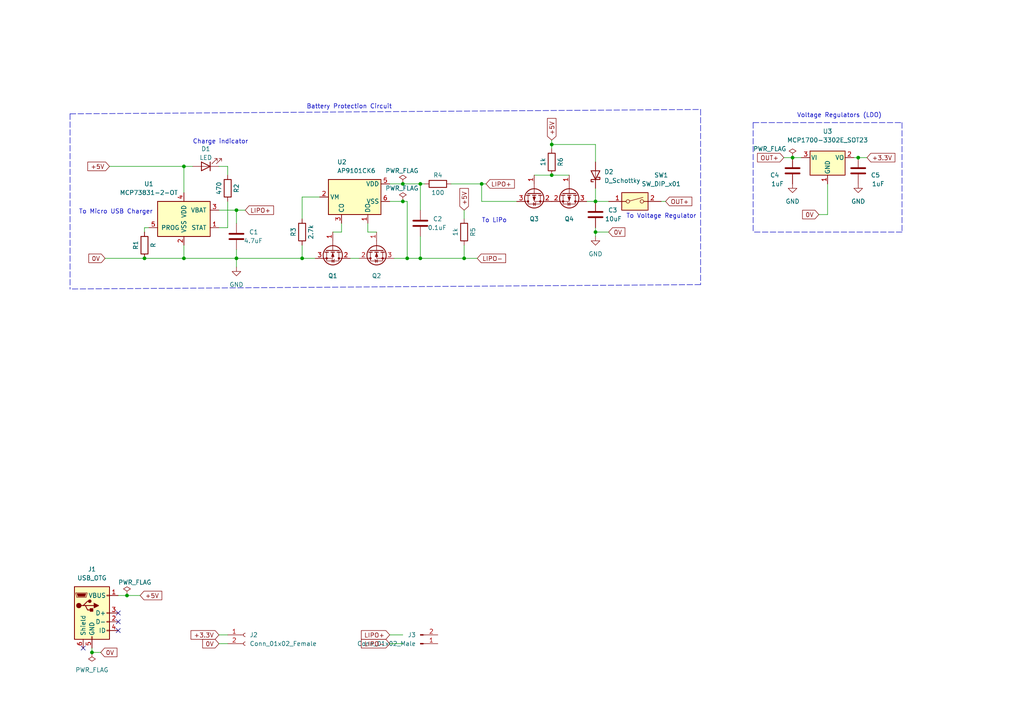
<source format=kicad_sch>
(kicad_sch (version 20211123) (generator eeschema)
  (paper "A4")
  (lib_symbols
    (symbol "Battery_Management:AP9101CK6"
      (property "Reference" "U?" (at 2.0194 10.16 0))
      (property "Value" "AP9101CK6" (at 2.0194 7.62 0))
      (symbol "AP9101CK6_0_1"
        (rectangle (start -7.62 5.08) (end 7.62 -5.08) (stroke (width 0.254)) (fill (type background)))
      )
      (symbol "AP9101CK6_1_1"
        (pin output line (at 3.81 -7.62 90) (length 2.54) (name "DO") (number "1"))
        (pin passive line (at -10.16 0 0) (length 2.54) (name "VM") (number "2"))
        (pin output line (at -3.81 -7.62 90) (length 2.54) (name "CO") (number "3"))
        (pin no_connect line (at -16.51 8.89 0) (length 2.54) hide (name "NC") (number "4"))
        (pin power_in line (at 10.16 3.81 180) (length 2.54) (name "VDD") (number "5"))
        (pin power_in line (at 10.16 -1.27 180) (length 2.54) (name "VSS") (number "6"))
      )
    )
    (symbol "Battery_Management:MCP73831-2-OT" (pin_names (offset 1.016))
      (property "Reference" "U" (at -7.62 6.35 0))
      (property "Value" "MCP73831-2-OT" (at 1.27 6.35 0))
      (symbol "MCP73831-2-OT_0_1"
        (rectangle (start -7.62 5.08) (end 7.62 -5.08) (stroke (width 0.254)) (fill (type background)))
      )
      (symbol "MCP73831-2-OT_1_1"
        (pin output line (at 10.16 -2.54 180) (length 2.54) (name "STAT") (number "1"))
        (pin power_in line (at 0 -7.62 90) (length 2.54) (name "VSS") (number "2"))
        (pin power_out line (at 10.16 2.54 180) (length 2.54) (name "VBAT") (number "3"))
        (pin power_in line (at 0 7.62 270) (length 2.54) (name "VDD") (number "4"))
        (pin input line (at -10.16 -2.54 0) (length 2.54) (name "PROG") (number "5"))
      )
    )
    (symbol "Connector:Conn_01x02_Female" (pin_names (offset 1.016) hide)
      (property "Reference" "J" (at 0 2.54 0))
      (property "Value" "Conn_01x02_Female" (at 0 -5.08 0))
      (symbol "Conn_01x02_Female_1_1"
        (arc (start 0 -2.032) (mid -0.508 -2.54) (end 0 -3.048) (stroke (width 0.1524)))
        (polyline (pts (xy -1.27 -2.54) (xy -0.508 -2.54)) (stroke (width 0.1524)))
        (polyline (pts (xy -1.27 0) (xy -0.508 0)) (stroke (width 0.1524)))
        (arc (start 0 0.508) (mid -0.508 0) (end 0 -0.508) (stroke (width 0.1524)))
        (pin passive line (at -5.08 0 0) (length 3.81) (name "Pin_1") (number "1"))
        (pin passive line (at -5.08 -2.54 0) (length 3.81) (name "Pin_2") (number "2"))
      )
    )
    (symbol "Connector:Conn_01x02_Male" (pin_names (offset 1.016) hide)
      (property "Reference" "J" (at 0 2.54 0))
      (property "Value" "Conn_01x02_Male" (at 0 -5.08 0))
      (symbol "Conn_01x02_Male_1_1"
        (polyline (pts (xy 1.27 -2.54) (xy 0.8636 -2.54)) (stroke (width 0.1524)))
        (polyline (pts (xy 1.27 0) (xy 0.8636 0)) (stroke (width 0.1524)))
        (rectangle (start 0.8636 -2.413) (end 0 -2.667) (stroke (width 0.1524)) (fill (type outline)))
        (rectangle (start 0.8636 0.127) (end 0 -0.127) (stroke (width 0.1524)) (fill (type outline)))
        (pin passive line (at 5.08 0 180) (length 3.81) (name "Pin_1") (number "1"))
        (pin passive line (at 5.08 -2.54 180) (length 3.81) (name "Pin_2") (number "2"))
      )
    )
    (symbol "Connector:USB_OTG" (pin_names (offset 1.016))
      (property "Reference" "J" (at -5.08 11.43 0))
      (property "Value" "USB_OTG" (at -5.08 8.89 0))
      (symbol "USB_OTG_0_1"
        (rectangle (start -5.08 -7.62) (end 5.08 7.62) (stroke (width 0.254)) (fill (type background)))
        (circle (center -3.81 2.159) (radius 0.635) (stroke (width 0.254)) (fill (type outline)))
        (circle (center -0.635 3.429) (radius 0.381) (stroke (width 0.254)) (fill (type outline)))
        (rectangle (start -0.127 -7.62) (end 0.127 -6.858))
        (polyline (pts (xy -1.905 2.159) (xy 0.635 2.159)) (stroke (width 0.254)))
        (polyline (pts (xy -3.175 2.159) (xy -2.54 2.159) (xy -1.27 3.429) (xy -0.635 3.429)) (stroke (width 0.254)))
        (polyline (pts (xy -2.54 2.159) (xy -1.905 2.159) (xy -1.27 0.889) (xy 0 0.889)) (stroke (width 0.254)))
        (polyline (pts (xy 0.635 2.794) (xy 0.635 1.524) (xy 1.905 2.159) (xy 0.635 2.794)) (stroke (width 0.254)) (fill (type outline)))
        (polyline (pts (xy -4.318 5.588) (xy -1.778 5.588) (xy -2.032 4.826) (xy -4.064 4.826) (xy -4.318 5.588)) (fill (type outline)))
        (polyline (pts (xy -4.699 5.842) (xy -4.699 5.588) (xy -4.445 4.826) (xy -4.445 4.572) (xy -1.651 4.572) (xy -1.651 4.826) (xy -1.397 5.588) (xy -1.397 5.842) (xy -4.699 5.842)))
        (rectangle (start 0.254 1.27) (end -0.508 0.508) (stroke (width 0.254)) (fill (type outline)))
        (rectangle (start 5.08 -5.207) (end 4.318 -4.953))
        (rectangle (start 5.08 -2.667) (end 4.318 -2.413))
        (rectangle (start 5.08 -0.127) (end 4.318 0.127))
        (rectangle (start 5.08 4.953) (end 4.318 5.207))
      )
      (symbol "USB_OTG_1_1"
        (pin passive line (at 7.62 5.08 180) (length 2.54) (name "VBUS") (number "1"))
        (pin bidirectional line (at 7.62 -2.54 180) (length 2.54) (name "D-") (number "2"))
        (pin bidirectional line (at 7.62 0 180) (length 2.54) (name "D+") (number "3"))
        (pin passive line (at 7.62 -5.08 180) (length 2.54) (name "ID") (number "4"))
        (pin passive line (at 0 -10.16 90) (length 2.54) (name "GND") (number "5"))
        (pin passive line (at -2.54 -10.16 90) (length 2.54) (name "Shield") (number "6"))
      )
    )
    (symbol "Device:C" (pin_numbers hide) (pin_names (offset 0.254))
      (property "Reference" "C" (at 0.635 2.54 0))
      (property "Value" "C" (at 0.635 -2.54 0))
      (symbol "C_0_1"
        (polyline (pts (xy -2.032 -0.762) (xy 2.032 -0.762)) (stroke (width 0.508)))
        (polyline (pts (xy -2.032 0.762) (xy 2.032 0.762)) (stroke (width 0.508)))
      )
      (symbol "C_1_1"
        (pin passive line (at 0 3.81 270) (length 2.794) (name "~") (number "1"))
        (pin passive line (at 0 -3.81 90) (length 2.794) (name "~") (number "2"))
      )
    )
    (symbol "Device:D_Schottky" (pin_numbers hide) (pin_names (offset 1.016) hide)
      (property "Reference" "D" (at 0 2.54 0))
      (property "Value" "D_Schottky" (at 0 -2.54 0))
      (symbol "D_Schottky_0_1"
        (polyline (pts (xy 1.27 0) (xy -1.27 0)))
        (polyline (pts (xy 1.27 1.27) (xy 1.27 -1.27) (xy -1.27 0) (xy 1.27 1.27)) (stroke (width 0.254)))
        (polyline (pts (xy -1.905 0.635) (xy -1.905 1.27) (xy -1.27 1.27) (xy -1.27 -1.27) (xy -0.635 -1.27) (xy -0.635 -0.635)) (stroke (width 0.254)))
      )
      (symbol "D_Schottky_1_1"
        (pin passive line (at -3.81 0 0) (length 2.54) (name "K") (number "1"))
        (pin passive line (at 3.81 0 180) (length 2.54) (name "A") (number "2"))
      )
    )
    (symbol "Device:LED" (pin_numbers hide) (pin_names (offset 1.016) hide)
      (property "Reference" "D" (at 0 2.54 0))
      (property "Value" "LED" (at 0 -2.54 0))
      (symbol "LED_0_1"
        (polyline (pts (xy -1.27 -1.27) (xy -1.27 1.27)) (stroke (width 0.254)))
        (polyline (pts (xy -1.27 0) (xy 1.27 0)))
        (polyline (pts (xy 1.27 -1.27) (xy 1.27 1.27) (xy -1.27 0) (xy 1.27 -1.27)) (stroke (width 0.254)))
        (polyline (pts (xy -3.048 -0.762) (xy -4.572 -2.286) (xy -3.81 -2.286) (xy -4.572 -2.286) (xy -4.572 -1.524)))
        (polyline (pts (xy -1.778 -0.762) (xy -3.302 -2.286) (xy -2.54 -2.286) (xy -3.302 -2.286) (xy -3.302 -1.524)))
      )
      (symbol "LED_1_1"
        (pin passive line (at -3.81 0 0) (length 2.54) (name "K") (number "1"))
        (pin passive line (at 3.81 0 180) (length 2.54) (name "A") (number "2"))
      )
    )
    (symbol "Device:R" (pin_numbers hide) (pin_names (offset 0))
      (property "Reference" "R" (at 2.032 0 90))
      (property "Value" "R" (at 0 0 90))
      (symbol "R_0_1"
        (rectangle (start -1.016 -2.54) (end 1.016 2.54) (stroke (width 0.254)))
      )
      (symbol "R_1_1"
        (pin passive line (at 0 3.81 270) (length 1.27) (name "~") (number "1"))
        (pin passive line (at 0 -3.81 90) (length 1.27) (name "~") (number "2"))
      )
    )
    (symbol "Regulator_Linear:MCP1700-3302E_SOT23" (pin_names (offset 0.254))
      (property "Reference" "U" (at -3.81 3.175 0))
      (property "Value" "MCP1700-3302E_SOT23" (at 0 3.175 0))
      (symbol "MCP1700-3302E_SOT23_0_1"
        (rectangle (start -5.08 1.905) (end 5.08 -5.08) (stroke (width 0.254)) (fill (type background)))
      )
      (symbol "MCP1700-3302E_SOT23_1_1"
        (pin power_in line (at 0 -7.62 90) (length 2.54) (name "GND") (number "1"))
        (pin power_out line (at 7.62 0 180) (length 2.54) (name "VO") (number "2"))
        (pin power_in line (at -7.62 0 0) (length 2.54) (name "VI") (number "3"))
      )
    )
    (symbol "Switch:SW_DIP_x01" (pin_names (offset 0) hide)
      (property "Reference" "SW" (at 0 3.81 0))
      (property "Value" "SW_DIP_x01" (at 0 -3.81 0))
      (symbol "SW_DIP_x01_0_0"
        (circle (center -2.032 0) (radius 0.508))
        (polyline (pts (xy -1.524 0.127) (xy 2.3622 1.1684)))
        (circle (center 2.032 0) (radius 0.508))
      )
      (symbol "SW_DIP_x01_0_1"
        (rectangle (start -3.81 2.54) (end 3.81 -2.54) (stroke (width 0.254)) (fill (type background)))
      )
      (symbol "SW_DIP_x01_1_1"
        (pin passive line (at -7.62 0 0) (length 5.08) (name "~") (number "1"))
        (pin passive line (at 7.62 0 180) (length 5.08) (name "~") (number "2"))
      )
    )
    (symbol "Transistor_FET:IRLML5203" (pin_names hide)
      (property "Reference" "Q" (at 5.08 1.905 0))
      (property "Value" "IRLML5203" (at 5.08 0 0))
      (symbol "IRLML5203_0_1"
        (polyline (pts (xy 0.254 0) (xy -2.54 0)))
        (polyline (pts (xy 0.254 1.905) (xy 0.254 -1.905)) (stroke (width 0.254)))
        (polyline (pts (xy 0.762 -1.27) (xy 0.762 -2.286)) (stroke (width 0.254)))
        (polyline (pts (xy 0.762 0.508) (xy 0.762 -0.508)) (stroke (width 0.254)))
        (polyline (pts (xy 0.762 2.286) (xy 0.762 1.27)) (stroke (width 0.254)))
        (polyline (pts (xy 2.54 2.54) (xy 2.54 1.778)))
        (polyline (pts (xy 2.54 -2.54) (xy 2.54 0) (xy 0.762 0)))
        (polyline (pts (xy 0.762 1.778) (xy 3.302 1.778) (xy 3.302 -1.778) (xy 0.762 -1.778)))
        (polyline (pts (xy 2.286 0) (xy 1.27 0.381) (xy 1.27 -0.381) (xy 2.286 0)) (fill (type outline)))
        (polyline (pts (xy 2.794 -0.508) (xy 2.921 -0.381) (xy 3.683 -0.381) (xy 3.81 -0.254)))
        (polyline (pts (xy 3.302 -0.381) (xy 2.921 0.254) (xy 3.683 0.254) (xy 3.302 -0.381)))
        (circle (center 1.651 0) (radius 2.794) (stroke (width 0.254)))
        (circle (center 2.54 -1.778) (radius 0.254) (fill (type outline)))
        (circle (center 2.54 1.778) (radius 0.254) (fill (type outline)))
      )
      (symbol "IRLML5203_1_1"
        (pin input line (at -5.08 0 0) (length 2.54) (name "G") (number "1"))
        (pin passive line (at 2.54 -5.08 90) (length 2.54) (name "S") (number "2"))
        (pin passive line (at 2.54 5.08 270) (length 2.54) (name "D") (number "3"))
      )
    )
    (symbol "Transistor_FET:IRLZ34N" (pin_names hide)
      (property "Reference" "Q" (at 6.35 1.905 0))
      (property "Value" "IRLZ34N" (at 6.35 0 0))
      (symbol "IRLZ34N_0_1"
        (polyline (pts (xy 0.254 0) (xy -2.54 0)))
        (polyline (pts (xy 0.254 1.905) (xy 0.254 -1.905)) (stroke (width 0.254)))
        (polyline (pts (xy 0.762 -1.27) (xy 0.762 -2.286)) (stroke (width 0.254)))
        (polyline (pts (xy 0.762 0.508) (xy 0.762 -0.508)) (stroke (width 0.254)))
        (polyline (pts (xy 0.762 2.286) (xy 0.762 1.27)) (stroke (width 0.254)))
        (polyline (pts (xy 2.54 2.54) (xy 2.54 1.778)))
        (polyline (pts (xy 2.54 -2.54) (xy 2.54 0) (xy 0.762 0)))
        (polyline (pts (xy 0.762 -1.778) (xy 3.302 -1.778) (xy 3.302 1.778) (xy 0.762 1.778)))
        (polyline (pts (xy 1.016 0) (xy 2.032 0.381) (xy 2.032 -0.381) (xy 1.016 0)) (fill (type outline)))
        (polyline (pts (xy 2.794 0.508) (xy 2.921 0.381) (xy 3.683 0.381) (xy 3.81 0.254)))
        (polyline (pts (xy 3.302 0.381) (xy 2.921 -0.254) (xy 3.683 -0.254) (xy 3.302 0.381)))
        (circle (center 1.651 0) (radius 2.794) (stroke (width 0.254)))
        (circle (center 2.54 -1.778) (radius 0.254) (fill (type outline)))
        (circle (center 2.54 1.778) (radius 0.254) (fill (type outline)))
      )
      (symbol "IRLZ34N_1_1"
        (pin input line (at -5.08 0 0) (length 2.54) (name "G") (number "1"))
        (pin passive line (at 2.54 5.08 270) (length 2.54) (name "D") (number "2"))
        (pin passive line (at 2.54 -5.08 90) (length 2.54) (name "S") (number "3"))
      )
    )
    (symbol "power:GND" (power) (pin_names (offset 0))
      (property "Value" "GND" (at 0 -3.81 0))
      (symbol "GND_0_1"
        (polyline (pts (xy 0 0) (xy 0 -1.27) (xy 1.27 -1.27) (xy 0 -2.54) (xy -1.27 -1.27) (xy 0 -1.27)))
      )
      (symbol "GND_1_1"
        (pin power_in line (at 0 0 270) (length 0) hide (name "GND") (number "1"))
      )
    )
    (symbol "power:PWR_FLAG" (power) (pin_numbers hide) (pin_names (offset 0) hide)
      (property "Value" "PWR_FLAG" (at 0 3.81 0))
      (symbol "PWR_FLAG_0_0"
        (pin power_out line (at 0 0 90) (length 0) (name "pwr") (number "1"))
      )
      (symbol "PWR_FLAG_0_1"
        (polyline (pts (xy 0 0) (xy 0 1.27) (xy -1.016 1.905) (xy 0 2.54) (xy 1.016 1.905) (xy 0 1.27)))
      )
    )
  )
  (junction (at 121.92 74.93))
  (junction (at 41.91 74.93))
  (junction (at 134.62 74.93))
  (junction (at 172.72 58.42))
  (junction (at 116.84 53.34))
  (junction (at 26.67 189.23))
  (junction (at 68.58 74.93))
  (junction (at 160.02 41.91))
  (junction (at 68.58 60.96))
  (junction (at 139.7 53.34))
  (junction (at 118.11 74.93))
  (junction (at 36.83 172.72))
  (junction (at 53.34 74.93))
  (junction (at 229.87 45.72))
  (junction (at 248.92 45.72))
  (junction (at 53.34 48.26))
  (junction (at 172.72 67.31))
  (junction (at 121.92 53.34))
  (junction (at 87.63 74.93))
  (junction (at 116.84 58.42))
  (junction (at 160.02 50.8))
  (no_connect (at 24.13 187.96))
  (no_connect (at 34.29 180.34))
  (no_connect (at 34.29 182.88))
  (no_connect (at 34.29 177.8))
  (wire (pts (xy 160.02 41.91) (xy 172.72 41.91)))
  (wire (pts (xy 134.62 60.96) (xy 134.62 63.5)))
  (wire (pts (xy 66.04 58.42) (xy 66.04 66.04)))
  (wire (pts (xy 66.04 66.04) (xy 63.5 66.04)))
  (wire (pts (xy 191.77 58.42) (xy 193.04 58.42)))
  (wire (pts (xy 63.5 186.69) (xy 66.04 186.69)))
  (wire (pts (xy 34.29 172.72) (xy 36.83 172.72)))
  (wire (pts (xy 139.7 58.42) (xy 139.7 53.34)))
  (wire (pts (xy 123.19 53.34) (xy 121.92 53.34)))
  (wire (pts (xy 134.62 74.93) (xy 134.62 71.12)))
  (wire (pts (xy 160.02 50.8) (xy 165.1 50.8)))
  (wire (pts (xy 172.72 67.31) (xy 176.53 67.31)))
  (wire (pts (xy 116.84 53.34) (xy 121.92 53.34)))
  (wire (pts (xy 170.18 58.42) (xy 172.72 58.42)))
  (wire (pts (xy 227.33 45.72) (xy 229.87 45.72)))
  (wire (pts (xy 160.02 40.64) (xy 160.02 41.91)))
  (wire (pts (xy 68.58 74.93) (xy 87.63 74.93)))
  (wire (pts (xy 71.12 60.96) (xy 68.58 60.96)))
  (wire (pts (xy 109.22 67.31) (xy 106.68 67.31)))
  (wire (pts (xy 113.03 186.69) (xy 116.84 186.69)))
  (wire (pts (xy 121.92 60.96) (xy 121.92 53.34)))
  (wire (pts (xy 118.11 58.42) (xy 118.11 74.93)))
  (wire (pts (xy 121.92 74.93) (xy 121.92 68.58)))
  (wire (pts (xy 87.63 57.15) (xy 92.71 57.15)))
  (wire (pts (xy 36.83 172.72) (xy 40.64 172.72)))
  (wire (pts (xy 172.72 67.31) (xy 172.72 68.58)))
  (polyline (pts (xy 203.2 82.55) (xy 20.32 83.82)))
  (polyline (pts (xy 20.32 33.02) (xy 20.32 83.82)))
  (wire (pts (xy 53.34 48.26) (xy 55.88 48.26)))
  (polyline (pts (xy 218.44 35.56) (xy 218.44 67.31)))
  (wire (pts (xy 172.72 41.91) (xy 172.72 46.99)))
  (wire (pts (xy 113.03 53.34) (xy 116.84 53.34)))
  (wire (pts (xy 130.81 53.34) (xy 139.7 53.34)))
  (wire (pts (xy 31.75 48.26) (xy 53.34 48.26)))
  (wire (pts (xy 240.03 53.34) (xy 240.03 62.23)))
  (wire (pts (xy 247.65 45.72) (xy 248.92 45.72)))
  (wire (pts (xy 106.68 67.31) (xy 106.68 64.77)))
  (wire (pts (xy 116.84 58.42) (xy 118.11 58.42)))
  (wire (pts (xy 30.48 74.93) (xy 41.91 74.93)))
  (wire (pts (xy 43.18 66.04) (xy 41.91 66.04)))
  (wire (pts (xy 237.49 62.23) (xy 240.03 62.23)))
  (polyline (pts (xy 261.62 35.56) (xy 261.62 67.31)))
  (wire (pts (xy 68.58 60.96) (xy 68.58 64.77)))
  (wire (pts (xy 104.14 74.93) (xy 101.6 74.93)))
  (wire (pts (xy 113.03 184.15) (xy 116.84 184.15)))
  (wire (pts (xy 139.7 53.34) (xy 140.97 53.34)))
  (wire (pts (xy 63.5 48.26) (xy 66.04 48.26)))
  (wire (pts (xy 26.67 189.23) (xy 29.21 189.23)))
  (wire (pts (xy 87.63 57.15) (xy 87.63 63.5)))
  (wire (pts (xy 63.5 184.15) (xy 66.04 184.15)))
  (wire (pts (xy 248.92 45.72) (xy 251.46 45.72)))
  (polyline (pts (xy 261.62 67.31) (xy 218.44 67.31)))
  (wire (pts (xy 68.58 72.39) (xy 68.58 74.93)))
  (wire (pts (xy 134.62 74.93) (xy 138.43 74.93)))
  (wire (pts (xy 87.63 74.93) (xy 91.44 74.93)))
  (polyline (pts (xy 203.2 31.75) (xy 203.2 82.55)))
  (wire (pts (xy 154.94 50.8) (xy 160.02 50.8)))
  (wire (pts (xy 172.72 58.42) (xy 176.53 58.42)))
  (wire (pts (xy 172.72 54.61) (xy 172.72 58.42)))
  (wire (pts (xy 139.7 58.42) (xy 149.86 58.42)))
  (wire (pts (xy 96.52 67.31) (xy 99.06 67.31)))
  (wire (pts (xy 53.34 71.12) (xy 53.34 74.93)))
  (wire (pts (xy 160.02 41.91) (xy 160.02 43.18)))
  (polyline (pts (xy 218.44 35.56) (xy 261.62 35.56)))
  (wire (pts (xy 114.3 74.93) (xy 118.11 74.93)))
  (wire (pts (xy 26.67 187.96) (xy 26.67 189.23)))
  (wire (pts (xy 53.34 74.93) (xy 68.58 74.93)))
  (wire (pts (xy 118.11 74.93) (xy 121.92 74.93)))
  (wire (pts (xy 68.58 74.93) (xy 68.58 77.47)))
  (wire (pts (xy 66.04 48.26) (xy 66.04 50.8)))
  (wire (pts (xy 41.91 66.04) (xy 41.91 67.31)))
  (wire (pts (xy 113.03 58.42) (xy 116.84 58.42)))
  (wire (pts (xy 87.63 71.12) (xy 87.63 74.93)))
  (wire (pts (xy 121.92 74.93) (xy 134.62 74.93)))
  (wire (pts (xy 172.72 66.04) (xy 172.72 67.31)))
  (polyline (pts (xy 20.32 33.02) (xy 203.2 31.75)))
  (wire (pts (xy 68.58 60.96) (xy 63.5 60.96)))
  (wire (pts (xy 229.87 45.72) (xy 232.41 45.72)))
  (wire (pts (xy 99.06 67.31) (xy 99.06 64.77)))
  (wire (pts (xy 53.34 48.26) (xy 53.34 55.88)))
  (wire (pts (xy 41.91 74.93) (xy 53.34 74.93)))
  (text "Battery Protection Circuit\n" (at 88.9 31.75 0) (effects (font (size 1.27 1.27)) (justify left bottom)))
  (text "To LiPo" (at 139.7 64.77 0) (effects (font (size 1.27 1.27)) (justify left bottom)))
  (text "To Voltage Regulator\n" (at 181.61 63.5 0) (effects (font (size 1.27 1.27)) (justify left bottom)))
  (text "Charge indicator" (at 55.88 41.91 0) (effects (font (size 1.27 1.27)) (justify left bottom)))
  (text "Voltage Regulators (LDO)\n" (at 231.14 34.29 0) (effects (font (size 1.27 1.27)) (justify left bottom)))
  (text "To Micro USB Charger" (at 22.86 62.23 0) (effects (font (size 1.27 1.27)) (justify left bottom)))
  (global_label "+5V" (shape input) (at 31.75 48.26 180) (property "Intersheet References" "${INTERSHEET_REFS}" (effects hide)))
  (global_label "LIPO-" (shape input) (at 138.43 74.93 0) (property "Intersheet References" "${INTERSHEET_REFS}" (effects hide)))
  (global_label "OUT+" (shape input) (at 193.04 58.42 0) (property "Intersheet References" "${INTERSHEET_REFS}" (effects hide)))
  (global_label "+5V" (shape input) (at 134.62 60.96 90) (property "Intersheet References" "${INTERSHEET_REFS}" (effects hide)))
  (global_label "+3.3V" (shape input) (at 63.5 184.15 180) (property "Intersheet References" "${INTERSHEET_REFS}" (effects hide)))
  (global_label "LIPO+" (shape input) (at 113.03 184.15 180) (property "Intersheet References" "${INTERSHEET_REFS}" (effects hide)))
  (global_label "+5V" (shape input) (at 40.64 172.72 0) (property "Intersheet References" "${INTERSHEET_REFS}" (effects hide)))
  (global_label "+5V" (shape input) (at 160.02 40.64 90) (property "Intersheet References" "${INTERSHEET_REFS}" (effects hide)))
  (global_label "0V" (shape input) (at 176.53 67.31 0) (property "Intersheet References" "${INTERSHEET_REFS}" (effects hide)))
  (global_label "0V" (shape input) (at 29.21 189.23 0) (property "Intersheet References" "${INTERSHEET_REFS}" (effects hide)))
  (global_label "0V" (shape input) (at 63.5 186.69 180) (property "Intersheet References" "${INTERSHEET_REFS}" (effects hide)))
  (global_label "LIPO-" (shape input) (at 113.03 186.69 180) (property "Intersheet References" "${INTERSHEET_REFS}" (effects hide)))
  (global_label "LIPO+" (shape input) (at 71.12 60.96 0) (property "Intersheet References" "${INTERSHEET_REFS}" (effects hide)))
  (global_label "OUT+" (shape input) (at 227.33 45.72 180) (property "Intersheet References" "${INTERSHEET_REFS}" (effects hide)))
  (global_label "LIPO+" (shape input) (at 140.97 53.34 0) (property "Intersheet References" "${INTERSHEET_REFS}" (effects hide)))
  (global_label "+3.3V" (shape input) (at 251.46 45.72 0) (property "Intersheet References" "${INTERSHEET_REFS}" (effects hide)))
  (global_label "0V" (shape input) (at 30.48 74.93 180) (property "Intersheet References" "${INTERSHEET_REFS}" (effects hide)))
  (global_label "0V" (shape input) (at 237.49 62.23 180) (property "Intersheet References" "${INTERSHEET_REFS}" (effects hide)))
  (symbol (lib_id "Device:C") (at 121.92 64.77 0) (mirror x) (unit 1)
    (property "Reference" "C2" (at 128.27 63.5 0) (effects (justify right)))
    (property "Value" "0.1uF" (at 129.54 66.04 0) (effects (justify right)))
    (property "Footprint" "Capacitor_SMD:C_0402_1005Metric" (effects hide))
  )
  (symbol (lib_id "Device:C") (at 248.92 49.53 0) (mirror x) (unit 1)
    (property "Reference" "C5" (at 255.27 50.8 0) (effects (justify right)))
    (property "Value" "1uF" (at 256.54 53.34 0) (effects (justify right)))
    (property "Footprint" "Capacitor_SMD:C_0402_1005Metric" (effects hide))
  )
  (symbol (lib_id "Device:R") (at 134.62 67.31 180) (unit 1)
    (property "Reference" "R5" (at 137.16 67.31 90))
    (property "Value" "1k" (at 132.08 67.31 90))
    (property "Footprint" "Resistor_SMD:R_0805_2012Metric_Pad1.20x1.40mm_HandSolder" (effects hide))
  )
  (symbol (lib_id "Connector:Conn_01x02_Male") (at 121.92 186.69 0) (mirror x) (unit 1)
    (property "Reference" "J3" (at 120.65 184.1499 0) (effects (justify right)))
    (property "Value" "Conn_01x02_Male" (at 120.65 186.6899 0) (effects (justify right)))
    (property "Footprint" "Connector_PinHeader_1.00mm:PinHeader_1x02_P1.00mm_Vertical" (effects hide))
  )
  (symbol (lib_id "Device:R") (at 66.04 54.61 0) (mirror y) (unit 1)
    (property "Reference" "R2" (at 68.58 54.61 90))
    (property "Value" "470" (at 63.5 54.61 90))
    (property "Footprint" "Resistor_SMD:R_0805_2012Metric_Pad1.20x1.40mm_HandSolder" (effects hide))
  )
  (symbol (lib_id "power:PWR_FLAG") (at 36.83 172.72 0) (unit 1)
    (property "Reference" "#FLG02" (effects hide))
    (property "Value" "PWR_FLAG" (at 34.29 168.91 0) (effects (justify left)))
  )
  (symbol (lib_id "Connector:USB_OTG") (at 26.67 177.8 0) (unit 1)
    (property "Reference" "J1" (at 26.67 165.1 0))
    (property "Value" "USB_OTG" (at 26.67 167.64 0))
    (property "Footprint" "Connector_USB:USB_Micro-B_GCT_USB3076-30-A" (effects hide))
    (property "Datasheet" " ~" (effects hide))
  )
  (symbol (lib_id "Connector:Conn_01x02_Female") (at 71.12 184.15 0) (unit 1)
    (property "Reference" "J2" (at 72.39 184.1499 0) (effects (justify left)))
    (property "Value" "Conn_01x02_Female" (at 72.39 186.6899 0) (effects (justify left)))
    (property "Footprint" "Connector_PinSocket_1.00mm:PinSocket_1x02_P1.00mm_Vertical" (effects hide))
  )
  (symbol (lib_id "Device:C") (at 68.58 68.58 0) (mirror x) (unit 1)
    (property "Reference" "C1" (at 74.93 67.31 0) (effects (justify right)))
    (property "Value" "4.7uF" (at 76.2 69.85 0) (effects (justify right)))
    (property "Footprint" "Capacitor_SMD:C_0402_1005Metric" (effects hide))
  )
  (symbol (lib_id "Device:D_Schottky") (at 172.72 50.8 90) (unit 1)
    (property "Reference" "D2" (at 175.26 49.8474 90) (effects (justify right)))
    (property "Value" "D_Schottky" (at 175.26 52.3874 90) (effects (justify right)))
    (property "Footprint" "Diode_THT:D_DO-41_SOD81_P2.54mm_Vertical_AnodeUp" (effects hide))
  )
  (symbol (lib_id "power:GND") (at 229.87 53.34 0) (mirror y) (unit 1)
    (property "Reference" "#PWR03" (effects hide))
    (property "Value" "GND" (at 229.87 58.42 0))
  )
  (symbol (lib_id "power:PWR_FLAG") (at 229.87 45.72 0) (unit 1)
    (property "Reference" "#FLG05" (effects hide))
    (property "Value" "PWR_FLAG" (at 218.44 43.18 0) (effects (justify left)))
  )
  (symbol (lib_id "Transistor_FET:IRLML5203") (at 154.94 55.88 90) (mirror x) (unit 1)
    (property "Reference" "Q3" (at 154.94 63.5 90))
    (property "Value" "IRLML5203" (effects hide))
    (property "Footprint" "Package_TO_SOT_SMD:SOT-23" (effects hide))
    (property "Datasheet" "https://www.infineon.com/dgdl/irlml5203pbf.pdf?fileId=5546d462533600a40153566868da261d" (effects hide))
  )
  (symbol (lib_id "power:PWR_FLAG") (at 116.84 58.42 0) (unit 1)
    (property "Reference" "#FLG04" (effects hide))
    (property "Value" "PWR_FLAG" (at 111.76 54.61 0) (effects (justify left)))
  )
  (symbol (lib_id "Switch:SW_DIP_x01") (at 184.15 58.42 0) (unit 1)
    (property "Reference" "SW1" (at 191.77 50.8 0))
    (property "Value" "SW_DIP_x01" (at 191.77 53.34 0))
    (property "Footprint" "Connector_PinHeader_1.00mm:PinHeader_1x02_P1.00mm_Vertical" (effects hide))
  )
  (symbol (lib_id "Transistor_FET:IRLZ34N") (at 109.22 72.39 90) (mirror x) (unit 1)
    (property "Reference" "Q2" (at 109.22 80.01 90))
    (property "Value" "IRLZ34N" (effects hide))
    (property "Footprint" "Package_TO_SOT_SMD:SOT-23" (effects hide))
    (property "Datasheet" "http://www.infineon.com/dgdl/irlz34npbf.pdf?fileId=5546d462533600a40153567206892720" (effects hide))
  )
  (symbol (lib_id "power:GND") (at 68.58 77.47 0) (mirror y) (unit 1)
    (property "Reference" "#PWR01" (effects hide))
    (property "Value" "GND" (at 68.58 82.55 0))
  )
  (symbol (lib_id "Device:C") (at 229.87 49.53 0) (mirror x) (unit 1)
    (property "Reference" "C4" (at 226.06 50.8 0) (effects (justify right)))
    (property "Value" "1uF" (at 227.33 53.34 0) (effects (justify right)))
    (property "Footprint" "Capacitor_SMD:C_0402_1005Metric" (effects hide))
  )
  (symbol (lib_id "Transistor_FET:IRLML5203") (at 165.1 55.88 270) (unit 1)
    (property "Reference" "Q4" (at 165.1 63.5 90))
    (property "Value" "IRLML5203" (effects hide))
    (property "Footprint" "Package_TO_SOT_SMD:SOT-23" (effects hide))
    (property "Datasheet" "https://www.infineon.com/dgdl/irlml5203pbf.pdf?fileId=5546d462533600a40153566868da261d" (effects hide))
  )
  (symbol (lib_id "power:PWR_FLAG") (at 116.84 53.34 0) (unit 1)
    (property "Reference" "#FLG03" (effects hide))
    (property "Value" "PWR_FLAG" (at 111.76 49.53 0) (effects (justify left)))
  )
  (symbol (lib_id "Device:LED") (at 59.69 48.26 180) (unit 1)
    (property "Reference" "D1" (at 59.69 43.18 0))
    (property "Value" "LED" (at 59.69 45.72 0))
    (property "Footprint" "LED_SMD:LED_1206_3216Metric" (effects hide))
  )
  (symbol (lib_id "Battery_Management:MCP73831-2-OT") (at 53.34 63.5 0) (unit 1)
    (property "Reference" "U1" (at 43.18 53.34 0))
    (property "Value" "MCP73831-2-OT" (at 43.18 55.88 0))
    (property "Footprint" "Package_TO_SOT_SMD:SOT-23-5" (effects hide))
    (property "Datasheet" "http://ww1.microchip.com/downloads/en/DeviceDoc/20001984g.pdf" (effects hide))
  )
  (symbol (lib_id "Device:R") (at 41.91 71.12 0) (mirror x) (unit 1)
    (property "Reference" "R1" (at 39.37 71.12 90))
    (property "Value" "R" (at 44.45 71.12 90))
    (property "Footprint" "Resistor_SMD:R_0805_2012Metric_Pad1.20x1.40mm_HandSolder" (effects hide))
  )
  (symbol (lib_id "Device:R") (at 160.02 46.99 180) (unit 1)
    (property "Reference" "R6" (at 162.56 46.99 90))
    (property "Value" "1k" (at 157.48 46.99 90))
    (property "Footprint" "Resistor_SMD:R_0805_2012Metric_Pad1.20x1.40mm_HandSolder" (effects hide))
  )
  (symbol (lib_id "Device:C") (at 172.72 62.23 0) (mirror x) (unit 1)
    (property "Reference" "C3" (at 179.07 60.96 0) (effects (justify right)))
    (property "Value" "10uF" (at 180.34 63.5 0) (effects (justify right)))
    (property "Footprint" "Capacitor_SMD:C_0402_1005Metric" (effects hide))
  )
  (symbol (lib_id "Regulator_Linear:MCP1700-3302E_SOT23") (at 240.03 45.72 0) (unit 1)
    (property "Reference" "U3" (at 240.03 38.1 0))
    (property "Value" "MCP1700-3302E_SOT23" (at 240.03 40.64 0))
    (property "Footprint" "Package_TO_SOT_SMD:SOT-23" (effects hide))
    (property "Datasheet" "http://ww1.microchip.com/downloads/en/DeviceDoc/20001826D.pdf" (effects hide))
  )
  (symbol (lib_id "Battery_Management:AP9101CK6") (at 102.87 57.15 0) (unit 1)
    (property "Reference" "U2" (at 97.79 46.99 0) (effects (justify left)))
    (property "Value" "AP9101CK6" (at 97.79 49.53 0) (effects (justify left)))
    (property "Footprint" "Package_TO_SOT_SMD:SOT-23-6" (effects hide))
    (property "Datasheet" "https://www.diodes.com/assets/Datasheets/AP9101C.pdf" (effects hide))
  )
  (symbol (lib_id "Device:R") (at 87.63 67.31 0) (unit 1)
    (property "Reference" "R3" (at 85.09 67.31 90))
    (property "Value" "2.7k" (at 90.17 67.31 90))
    (property "Footprint" "Resistor_SMD:R_0805_2012Metric_Pad1.20x1.40mm_HandSolder" (effects hide))
  )
  (symbol (lib_id "Transistor_FET:IRLZ34N") (at 96.52 72.39 270) (unit 1)
    (property "Reference" "Q1" (at 96.52 80.01 90))
    (property "Value" "IRLZ34N" (effects hide))
    (property "Footprint" "Package_TO_SOT_SMD:SOT-23" (effects hide))
    (property "Datasheet" "http://www.infineon.com/dgdl/irlz34npbf.pdf?fileId=5546d462533600a40153567206892720" (effects hide))
  )
  (symbol (lib_id "power:PWR_FLAG") (at 26.67 189.23 180) (unit 1)
    (property "Reference" "#FLG01" (effects hide))
    (property "Value" "PWR_FLAG" (at 26.67 194.31 0))
  )
  (symbol (lib_id "Device:R") (at 127 53.34 90) (mirror x) (unit 1)
    (property "Reference" "R4" (at 127 50.8 90))
    (property "Value" "100" (at 127 55.88 90))
    (property "Footprint" "Resistor_SMD:R_0805_2012Metric_Pad1.20x1.40mm_HandSolder" (effects hide))
  )
  (symbol (lib_id "power:GND") (at 248.92 53.34 0) (mirror y) (unit 1)
    (property "Reference" "#PWR04" (effects hide))
    (property "Value" "GND" (at 248.92 58.42 0))
  )
  (symbol (lib_id "power:GND") (at 172.72 68.58 0) (mirror y) (unit 1)
    (property "Reference" "#PWR02" (effects hide))
    (property "Value" "GND" (at 172.72 73.66 0))
  )
)
</source>
